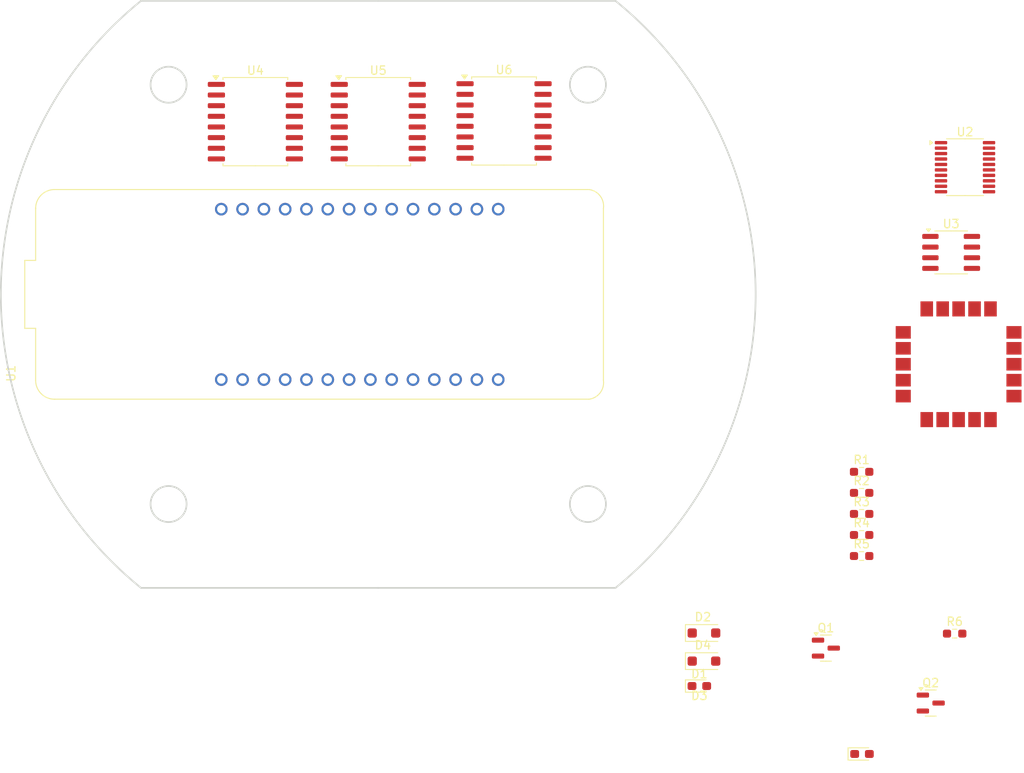
<source format=kicad_pcb>
(kicad_pcb (version 20241229) (generator "pcbnew") (generator_version "9.0")
  (layers (0 "F.Cu" signal) (2 "B.Cu" signal) (13 "F.Paste" user) (15 "B.Paste" user) (5 "F.SilkS" user "F.Silkscreen") (7 "B.SilkS" user "B.Silkscreen") (1 "F.Mask" user) (3 "B.Mask" user) (25 "Edge.Cuts" user))
  (net 0 "")
  (net 81 "Net-(D1-A)")
  (net 82 "Net-(D1-K)")
  (net 83 "+12V")
  (net 84 "Net-(D3-K)")
  (net 85 "Net-(D3-A)")
  (net 86 "Net-(Q1-G)")
  (net 87 "GND")
  (net 88 "Net-(Q2-G)")
  (net 95 "Net-(IC1-GND-Pad1)")
  (footprint "LED_SMD:LED_0603_1608Metric_Pad1.05x0.95mm_HandSolder" (layer "F.Cu") (at 188.288 146.699)
    (property "Reference" "D1" (at 0 -1.43 0) (layer "F.SilkS"))
    (property "Value" "G")
    (fp_line (start -1.66 -0.735) (end -1.66 0.735) (stroke (width 0.12)) (layer "F.SilkS"))
    (fp_line (start -1.66 0.735) (end 0.8 0.735) (stroke (width 0.12)) (layer "F.SilkS"))
    (fp_line (start 0.8 -0.735) (end -1.66 -0.735) (stroke (width 0.12)) (layer "F.SilkS"))
    (pad "1" smd roundrect (at -0.875 0) (size 1.05 0.95) (layers "F.Cu" "F.Mask" "F.Paste") (net 82 "Net-(D1-K)"))
    (pad "2" smd roundrect (at 0.875 0) (size 1.05 0.95) (layers "F.Cu" "F.Mask" "F.Paste") (net 81 "Net-(D1-A)"))
  )
  (footprint "Resistor_SMD:R_0603_1608Metric_Pad0.98x0.95mm_HandSolder" (layer "F.Cu") (at 207.638 126.179)
    (property "Reference" "R3" (at 0 -1.43 0) (layer "F.SilkS"))
    (property "Value" "2.4kR")
    (fp_line (start -0.254724 -0.5225) (end 0.254724 -0.5225) (stroke (width 0.12)) (layer "F.SilkS"))
    (fp_line (start -0.254724 0.5225) (end 0.254724 0.5225) (stroke (width 0.12)) (layer "F.SilkS"))
    (pad "1" smd roundrect (at -0.9125 0) (size 0.975 0.95) (layers "F.Cu" "F.Mask" "F.Paste") (net 83 "+12V"))
    (pad "2" smd roundrect (at 0.9125 0) (size 0.975 0.95) (layers "F.Cu" "F.Mask" "F.Paste") (net 81 "Net-(D1-A)"))
  )
  (footprint "Resistor_SMD:R_0603_1608Metric_Pad0.98x0.95mm_HandSolder" (layer "F.Cu") (at 207.638 128.689)
    (property "Reference" "R4" (at 0 -1.43 0) (layer "F.SilkS"))
    (property "Value" "300R")
    (fp_line (start -0.254724 -0.5225) (end 0.254724 -0.5225) (stroke (width 0.12)) (layer "F.SilkS"))
    (fp_line (start -0.254724 0.5225) (end 0.254724 0.5225) (stroke (width 0.12)) (layer "F.SilkS"))
    (pad "1" smd roundrect (at -0.9125 0) (size 0.975 0.95) (layers "F.Cu" "F.Mask" "F.Paste"))
    (pad "2" smd roundrect (at 0.9125 0) (size 0.975 0.95) (layers "F.Cu" "F.Mask" "F.Paste") (net 88 "Net-(Q2-G)"))
  )
  (footprint "LED_SMD:LED_0603_1608Metric_Pad1.05x0.95mm_HandSolder" (layer "F.Cu") (at 207.683 154.799)
    (property "Reference" "D3" (at -19.395 -6.94 0) (layer "F.SilkS"))
    (property "Value" "G")
    (fp_line (start -1.66 -0.735) (end -1.66 0.735) (stroke (width 0.12)) (layer "F.SilkS"))
    (fp_line (start -1.66 0.735) (end 0.8 0.735) (stroke (width 0.12)) (layer "F.SilkS"))
    (fp_line (start 0.8 -0.735) (end -1.66 -0.735) (stroke (width 0.12)) (layer "F.SilkS"))
    (pad "1" smd roundrect (at -0.875 0) (size 1.05 0.95) (layers "F.Cu" "F.Mask" "F.Paste") (net 84 "Net-(D3-K)"))
    (pad "2" smd roundrect (at 0.875 0) (size 1.05 0.95) (layers "F.Cu" "F.Mask" "F.Paste") (net 85 "Net-(D3-A)"))
  )
  (footprint "Package_TO_SOT_SMD:SOT-23" (layer "F.Cu") (at 215.8755 148.729)
    (property "Reference" "Q2" (at 0 -2.4 0) (layer "F.SilkS"))
    (property "Value" "AO3400A")
    (fp_line (start 0 -1.56) (end -0.65 -1.56) (stroke (width 0.12)) (layer "F.SilkS"))
    (fp_line (start 0 -1.56) (end 0.65 -1.56) (stroke (width 0.12)) (layer "F.SilkS"))
    (fp_line (start 0 1.56) (end -0.65 1.56) (stroke (width 0.12)) (layer "F.SilkS"))
    (fp_line (start 0 1.56) (end 0.65 1.56) (stroke (width 0.12)) (layer "F.SilkS"))
    (fp_poly (pts (xy -1.1625 -1.51) (xy -1.4025 -1.84) (xy -0.9225 -1.84) (xy -1.1625 -1.51)) (stroke (width 0.12)) (fill yes) (layer "F.SilkS"))
    (pad "1" smd roundrect (at -0.9375 -0.95) (size 1.475 0.6) (layers "F.Cu" "F.Mask" "F.Paste") (net 88 "Net-(Q2-G)"))
    (pad "2" smd roundrect (at -0.9375 0.95) (size 1.475 0.6) (layers "F.Cu" "F.Mask" "F.Paste") (net 87 "GND"))
    (pad "3" smd roundrect (at 0.9375 0) (size 1.475 0.6) (layers "F.Cu" "F.Mask" "F.Paste") (net 84 "Net-(D3-K)"))
  )
  (footprint "Diode_SMD:D_SOD-123F" (layer "F.Cu") (at 188.838 143.729)
    (property "Reference" "D4" (at -0.127 -1.905 0) (layer "F.SilkS"))
    (property "Value" "GS1010FL")
    (fp_line (start -2.21 -1) (end -2.21 1) (stroke (width 0.12)) (layer "F.SilkS"))
    (fp_line (start -2.21 -1) (end 1.65 -1) (stroke (width 0.12)) (layer "F.SilkS"))
    (fp_line (start -2.21 1) (end 1.65 1) (stroke (width 0.12)) (layer "F.SilkS"))
    (pad "1" smd roundrect (at -1.4 0) (size 1.1 1.1) (layers "F.Cu" "F.Mask" "F.Paste") (roundrect_rratio 0.2272727273) (net 83 "+12V"))
    (pad "2" smd roundrect (at 1.4 0) (size 1.1 1.1) (layers "F.Cu" "F.Mask" "F.Paste") (roundrect_rratio 0.2272727273) (net 84 "Net-(D3-K)"))
  )
  (footprint "Resistor_SMD:R_0603_1608Metric_Pad0.98x0.95mm_HandSolder" (layer "F.Cu") (at 207.638 121.159)
    (property "Reference" "R1" (at 0 -1.43 0) (layer "F.SilkS"))
    (property "Value" "300R")
    (fp_line (start -0.254724 -0.5225) (end 0.254724 -0.5225) (stroke (width 0.12)) (layer "F.SilkS"))
    (fp_line (start -0.254724 0.5225) (end 0.254724 0.5225) (stroke (width 0.12)) (layer "F.SilkS"))
    (pad "1" smd roundrect (at -0.9125 0) (size 0.975 0.95) (layers "F.Cu" "F.Mask" "F.Paste"))
    (pad "2" smd roundrect (at 0.9125 0) (size 0.975 0.95) (layers "F.Cu" "F.Mask" "F.Paste") (net 86 "Net-(Q1-G)"))
  )
  (footprint "Package_SO:SOIC-16W_7.5x10.3mm_P1.27mm" (layer "F.Cu") (at 150 79.405)
    (property "Reference" "U5" (at 0 -6.1 0) (layer "F.SilkS"))
    (property "Value" "MB85RQ8MX")
    (fp_line (start -3.86 -5.26) (end -3.86 -5.005) (stroke (width 0.12)) (layer "F.SilkS"))
    (fp_line (start -3.86 5.26) (end -3.86 5.005) (stroke (width 0.12)) (layer "F.SilkS"))
    (fp_line (start 0 -5.26) (end -3.86 -5.26) (stroke (width 0.12)) (layer "F.SilkS"))
    (fp_line (start 0 -5.26) (end 3.86 -5.26) (stroke (width 0.12)) (layer "F.SilkS"))
    (fp_line (start 0 5.26) (end -3.86 5.26) (stroke (width 0.12)) (layer "F.SilkS"))
    (fp_line (start 0 5.26) (end 3.86 5.26) (stroke (width 0.12)) (layer "F.SilkS"))
    (fp_line (start 3.86 -5.26) (end 3.86 -5.005) (stroke (width 0.12)) (layer "F.SilkS"))
    (fp_line (start 3.86 5.26) (end 3.86 5.005) (stroke (width 0.12)) (layer "F.SilkS"))
    (fp_poly (pts (xy -4.7125 -5.005) (xy -5.0525 -5.475) (xy -4.3725 -5.475) (xy -4.7125 -5.005)) (stroke (width 0.12)) (fill yes) (layer "F.SilkS"))
    (pad "1" smd roundrect (at -4.65 -4.445) (size 2.05 0.6) (layers "F.Cu" "F.Mask" "F.Paste"))
    (pad "2" smd roundrect (at -4.65 -3.175) (size 2.05 0.6) (layers "F.Cu" "F.Mask" "F.Paste"))
    (pad "3" smd roundrect (at -4.65 -1.905) (size 2.05 0.6) (layers "F.Cu" "F.Mask" "F.Paste"))
    (pad "4" smd roundrect (at -4.65 -0.635) (size 2.05 0.6) (layers "F.Cu" "F.Mask" "F.Paste"))
    (pad "5" smd roundrect (at -4.65 0.635) (size 2.05 0.6) (layers "F.Cu" "F.Mask" "F.Paste"))
    (pad "6" smd roundrect (at -4.65 1.905) (size 2.05 0.6) (layers "F.Cu" "F.Mask" "F.Paste"))
    (pad "7" smd roundrect (at -4.65 3.175) (size 2.05 0.6) (layers "F.Cu" "F.Mask" "F.Paste"))
    (pad "8" smd roundrect (at -4.65 4.445) (size 2.05 0.6) (layers "F.Cu" "F.Mask" "F.Paste"))
    (pad "9" smd roundrect (at 4.65 4.445) (size 2.05 0.6) (layers "F.Cu" "F.Mask" "F.Paste"))
    (pad "10" smd roundrect (at 4.65 3.175) (size 2.05 0.6) (layers "F.Cu" "F.Mask" "F.Paste"))
    (pad "11" smd roundrect (at 4.65 1.905) (size 2.05 0.6) (layers "F.Cu" "F.Mask" "F.Paste"))
    (pad "12" smd roundrect (at 4.65 0.635) (size 2.05 0.6) (layers "F.Cu" "F.Mask" "F.Paste"))
    (pad "13" smd roundrect (at 4.65 -0.635) (size 2.05 0.6) (layers "F.Cu" "F.Mask" "F.Paste"))
    (pad "14" smd roundrect (at 4.65 -1.905) (size 2.05 0.6) (layers "F.Cu" "F.Mask" "F.Paste"))
    (pad "15" smd roundrect (at 4.65 -3.175) (size 2.05 0.6) (layers "F.Cu" "F.Mask" "F.Paste"))
    (pad "16" smd roundrect (at 4.65 -4.445) (size 2.05 0.6) (layers "F.Cu" "F.Mask" "F.Paste"))
  )
  (footprint "Package_SO:SOIC-16W_7.5x10.3mm_P1.27mm" (layer "F.Cu") (at 165 79.325)
    (property "Reference" "U6" (at 0 -6.1 0) (layer "F.SilkS"))
    (property "Value" "MB85RQ8MX")
    (fp_line (start -3.86 -5.26) (end -3.86 -5.005) (stroke (width 0.12)) (layer "F.SilkS"))
    (fp_line (start -3.86 5.26) (end -3.86 5.005) (stroke (width 0.12)) (layer "F.SilkS"))
    (fp_line (start 0 -5.26) (end -3.86 -5.26) (stroke (width 0.12)) (layer "F.SilkS"))
    (fp_line (start 0 -5.26) (end 3.86 -5.26) (stroke (width 0.12)) (layer "F.SilkS"))
    (fp_line (start 0 5.26) (end -3.86 5.26) (stroke (width 0.12)) (layer "F.SilkS"))
    (fp_line (start 0 5.26) (end 3.86 5.26) (stroke (width 0.12)) (layer "F.SilkS"))
    (fp_line (start 3.86 -5.26) (end 3.86 -5.005) (stroke (width 0.12)) (layer "F.SilkS"))
    (fp_line (start 3.86 5.26) (end 3.86 5.005) (stroke (width 0.12)) (layer "F.SilkS"))
    (fp_poly (pts (xy -4.7125 -5.005) (xy -5.0525 -5.475) (xy -4.3725 -5.475) (xy -4.7125 -5.005)) (stroke (width 0.12)) (fill yes) (layer "F.SilkS"))
    (pad "1" smd roundrect (at -4.65 -4.445) (size 2.05 0.6) (layers "F.Cu" "F.Mask" "F.Paste"))
    (pad "2" smd roundrect (at -4.65 -3.175) (size 2.05 0.6) (layers "F.Cu" "F.Mask" "F.Paste"))
    (pad "3" smd roundrect (at -4.65 -1.905) (size 2.05 0.6) (layers "F.Cu" "F.Mask" "F.Paste"))
    (pad "4" smd roundrect (at -4.65 -0.635) (size 2.05 0.6) (layers "F.Cu" "F.Mask" "F.Paste"))
    (pad "5" smd roundrect (at -4.65 0.635) (size 2.05 0.6) (layers "F.Cu" "F.Mask" "F.Paste"))
    (pad "6" smd roundrect (at -4.65 1.905) (size 2.05 0.6) (layers "F.Cu" "F.Mask" "F.Paste"))
    (pad "7" smd roundrect (at -4.65 3.175) (size 2.05 0.6) (layers "F.Cu" "F.Mask" "F.Paste"))
    (pad "8" smd roundrect (at -4.65 4.445) (size 2.05 0.6) (layers "F.Cu" "F.Mask" "F.Paste"))
    (pad "9" smd roundrect (at 4.65 4.445) (size 2.05 0.6) (layers "F.Cu" "F.Mask" "F.Paste"))
    (pad "10" smd roundrect (at 4.65 3.175) (size 2.05 0.6) (layers "F.Cu" "F.Mask" "F.Paste"))
    (pad "11" smd roundrect (at 4.65 1.905) (size 2.05 0.6) (layers "F.Cu" "F.Mask" "F.Paste"))
    (pad "12" smd roundrect (at 4.65 0.635) (size 2.05 0.6) (layers "F.Cu" "F.Mask" "F.Paste"))
    (pad "13" smd roundrect (at 4.65 -0.635) (size 2.05 0.6) (layers "F.Cu" "F.Mask" "F.Paste"))
    (pad "14" smd roundrect (at 4.65 -1.905) (size 2.05 0.6) (layers "F.Cu" "F.Mask" "F.Paste"))
    (pad "15" smd roundrect (at 4.65 -3.175) (size 2.05 0.6) (layers "F.Cu" "F.Mask" "F.Paste"))
    (pad "16" smd roundrect (at 4.65 -4.445) (size 2.05 0.6) (layers "F.Cu" "F.Mask" "F.Paste"))
  )
  (footprint "Package_SO:SOIC-16W_7.5x10.3mm_P1.27mm" (layer "F.Cu") (at 135.35 79.405)
    (property "Reference" "U4" (at 0 -6.1 0) (layer "F.SilkS"))
    (property "Value" "MB85RQ8MX")
    (fp_line (start -3.86 -5.26) (end -3.86 -5.005) (stroke (width 0.12)) (layer "F.SilkS"))
    (fp_line (start -3.86 5.26) (end -3.86 5.005) (stroke (width 0.12)) (layer "F.SilkS"))
    (fp_line (start 0 -5.26) (end -3.86 -5.26) (stroke (width 0.12)) (layer "F.SilkS"))
    (fp_line (start 0 -5.26) (end 3.86 -5.26) (stroke (width 0.12)) (layer "F.SilkS"))
    (fp_line (start 0 5.26) (end -3.86 5.26) (stroke (width 0.12)) (layer "F.SilkS"))
    (fp_line (start 0 5.26) (end 3.86 5.26) (stroke (width 0.12)) (layer "F.SilkS"))
    (fp_line (start 3.86 -5.26) (end 3.86 -5.005) (stroke (width 0.12)) (layer "F.SilkS"))
    (fp_line (start 3.86 5.26) (end 3.86 5.005) (stroke (width 0.12)) (layer "F.SilkS"))
    (fp_poly (pts (xy -4.7125 -5.005) (xy -5.0525 -5.475) (xy -4.3725 -5.475) (xy -4.7125 -5.005)) (stroke (width 0.12)) (fill yes) (layer "F.SilkS"))
    (pad "1" smd roundrect (at -4.65 -4.445) (size 2.05 0.6) (layers "F.Cu" "F.Mask" "F.Paste"))
    (pad "2" smd roundrect (at -4.65 -3.175) (size 2.05 0.6) (layers "F.Cu" "F.Mask" "F.Paste"))
    (pad "3" smd roundrect (at -4.65 -1.905) (size 2.05 0.6) (layers "F.Cu" "F.Mask" "F.Paste"))
    (pad "4" smd roundrect (at -4.65 -0.635) (size 2.05 0.6) (layers "F.Cu" "F.Mask" "F.Paste"))
    (pad "5" smd roundrect (at -4.65 0.635) (size 2.05 0.6) (layers "F.Cu" "F.Mask" "F.Paste"))
    (pad "6" smd roundrect (at -4.65 1.905) (size 2.05 0.6) (layers "F.Cu" "F.Mask" "F.Paste"))
    (pad "7" smd roundrect (at -4.65 3.175) (size 2.05 0.6) (layers "F.Cu" "F.Mask" "F.Paste"))
    (pad "8" smd roundrect (at -4.65 4.445) (size 2.05 0.6) (layers "F.Cu" "F.Mask" "F.Paste"))
    (pad "9" smd roundrect (at 4.65 4.445) (size 2.05 0.6) (layers "F.Cu" "F.Mask" "F.Paste"))
    (pad "10" smd roundrect (at 4.65 3.175) (size 2.05 0.6) (layers "F.Cu" "F.Mask" "F.Paste"))
    (pad "11" smd roundrect (at 4.65 1.905) (size 2.05 0.6) (layers "F.Cu" "F.Mask" "F.Paste"))
    (pad "12" smd roundrect (at 4.65 0.635) (size 2.05 0.6) (layers "F.Cu" "F.Mask" "F.Paste"))
    (pad "13" smd roundrect (at 4.65 -0.635) (size 2.05 0.6) (layers "F.Cu" "F.Mask" "F.Paste"))
    (pad "14" smd roundrect (at 4.65 -1.905) (size 2.05 0.6) (layers "F.Cu" "F.Mask" "F.Paste"))
    (pad "15" smd roundrect (at 4.65 -3.175) (size 2.05 0.6) (layers "F.Cu" "F.Mask" "F.Paste"))
    (pad "16" smd roundrect (at 4.65 -4.445) (size 2.05 0.6) (layers "F.Cu" "F.Mask" "F.Paste"))
  )
  (footprint "Diode_SMD:D_SOD-123F" (layer "F.Cu") (at 188.838 140.379)
    (property "Reference" "D2" (at -0.127 -1.905 0) (layer "F.SilkS"))
    (property "Value" "GS1010FL")
    (fp_line (start -2.21 -1) (end -2.21 1) (stroke (width 0.12)) (layer "F.SilkS"))
    (fp_line (start -2.21 -1) (end 1.65 -1) (stroke (width 0.12)) (layer "F.SilkS"))
    (fp_line (start -2.21 1) (end 1.65 1) (stroke (width 0.12)) (layer "F.SilkS"))
    (pad "1" smd roundrect (at -1.4 0) (size 1.1 1.1) (layers "F.Cu" "F.Mask" "F.Paste") (roundrect_rratio 0.2272727273) (net 83 "+12V"))
    (pad "2" smd roundrect (at 1.4 0) (size 1.1 1.1) (layers "F.Cu" "F.Mask" "F.Paste") (roundrect_rratio 0.2272727273) (net 82 "Net-(D1-K)"))
  )
  (footprint "Package_SO:SOIC-8_3.9x4.9mm_P1.27mm" (layer "F.Cu") (at 218.313 94.996)
    (property "Reference" "U3" (at 0 -3.4 0) (layer "F.SilkS"))
    (property "Value" "MCP2562-E-SN")
    (fp_line (start 0 -2.56) (end -1.95 -2.56) (stroke (width 0.12)) (layer "F.SilkS"))
    (fp_line (start 0 -2.56) (end 1.95 -2.56) (stroke (width 0.12)) (layer "F.SilkS"))
    (fp_line (start 0 2.56) (end -1.95 2.56) (stroke (width 0.12)) (layer "F.SilkS"))
    (fp_line (start 0 2.56) (end 1.95 2.56) (stroke (width 0.12)) (layer "F.SilkS"))
    (fp_poly (pts (xy -2.7 -2.465) (xy -2.94 -2.795) (xy -2.46 -2.795) (xy -2.7 -2.465)) (stroke (width 0.12)) (fill yes) (layer "F.SilkS"))
    (pad "1" smd roundrect (at -2.475 -1.905) (size 1.95 0.6) (layers "F.Cu" "F.Mask" "F.Paste"))
    (pad "2" smd roundrect (at -2.475 -0.635) (size 1.95 0.6) (layers "F.Cu" "F.Mask" "F.Paste"))
    (pad "3" smd roundrect (at -2.475 0.635) (size 1.95 0.6) (layers "F.Cu" "F.Mask" "F.Paste"))
    (pad "4" smd roundrect (at -2.475 1.905) (size 1.95 0.6) (layers "F.Cu" "F.Mask" "F.Paste"))
    (pad "5" smd roundrect (at 2.475 1.905) (size 1.95 0.6) (layers "F.Cu" "F.Mask" "F.Paste"))
    (pad "6" smd roundrect (at 2.475 0.635) (size 1.95 0.6) (layers "F.Cu" "F.Mask" "F.Paste"))
    (pad "7" smd roundrect (at 2.475 -0.635) (size 1.95 0.6) (layers "F.Cu" "F.Mask" "F.Paste"))
    (pad "8" smd roundrect (at 2.475 -1.905) (size 1.95 0.6) (layers "F.Cu" "F.Mask" "F.Paste"))
  )
  (footprint "ARDUINO_MKR_WAN_1310:BOARD_ARDUINO_MKR_WAN_1310" (layer "F.Cu") (at 143 100 90)
    (property "Reference" "U1" (at -9.425 -36.775 90) (layer "F.SilkS"))
    (property "Value" "ARDUINO_MKR_WAN_1310")
    (fp_line (start 4.05 -35.15) (end -4.05 -35.15) (stroke (width 0.127)) (layer "F.SilkS"))
    (fp_line (start -4.05 -35.15) (end -4.05 -33.85) (stroke (width 0.127)) (layer "F.SilkS"))
    (fp_line (start 10.25 -33.85) (end 10.3 -33.85) (stroke (width 0.127)) (layer "F.SilkS"))
    (fp_line (start 10.25 -33.85) (end 4.05 -33.85) (stroke (width 0.127)) (layer "F.SilkS"))
    (fp_line (start 4.05 -33.85) (end 4.05 -35.15) (stroke (width 0.127)) (layer "F.SilkS"))
    (fp_line (start -4.05 -33.85) (end -10.25 -33.85) (stroke (width 0.127)) (layer "F.SilkS"))
    (fp_line (start -12.5 -31.6) (end -12.5 32.15) (stroke (width 0.127)) (layer "F.SilkS"))
    (fp_line (start 12.5 32.15) (end 12.5 -31.6) (stroke (width 0.127)) (layer "F.SilkS"))
    (fp_line (start -10.25 33.85) (end 10.25 33.85) (stroke (width 0.127)) (layer "F.SilkS"))
    (fp_arc (start 10.25 -33.85) (mid 11.84099 -33.19099) (end 12.5 -31.6) (stroke (width 0.127)) (layer "F.SilkS"))
    (fp_arc (start -12.5 -31.6) (mid -11.84099 -33.19099) (end -10.25 -33.85) (stroke (width 0.127)) (layer "F.SilkS"))
    (fp_arc (start 12.5 32.15) (mid 11.727082 33.46599) (end 10.25 33.85) (stroke (width 0.127)) (layer "F.SilkS"))
    (fp_arc (start -10.25 33.85) (mid -11.727082 33.46599) (end -12.5 32.15) (stroke (width 0.127)) (layer "F.SilkS"))
    (pad "" np_thru_hole circle (at -10.25 -31.6 90) (size 2.2 2.2) (drill 2.2) (layers "*.Cu" "*.Mask"))
    (pad "" np_thru_hole circle (at -10.25 25.4 90) (size 2.2 2.2) (drill 2.2) (layers "*.Cu" "*.Mask"))
    (pad "" np_thru_hole circle (at 10.25 -31.6 90) (size 2.2 2.2) (drill 2.2) (layers "*.Cu" "*.Mask"))
    (pad "" np_thru_hole circle (at 10.25 25.4 90) (size 2.2 2.2) (drill 2.2) (layers "*.Cu" "*.Mask"))
    (pad "J3_1" thru_hole circle (at -10.16 -11.7152 90) (size 1.508 1.508) (drill 1) (layers "*.Cu" "*.Mask"))
    (pad "J3_2" thru_hole circle (at -10.16 -9.1752 90) (size 1.508 1.508) (drill 1) (layers "*.Cu" "*.Mask"))
    (pad "J3_3" thru_hole circle (at -10.16 -6.6352 90) (size 1.508 1.508) (drill 1) (layers "*.Cu" "*.Mask"))
    (pad "J3_4" thru_hole circle (at -10.16 -4.0952 90) (size 1.508 1.508) (drill 1) (layers "*.Cu" "*.Mask"))
    (pad "J3_5" thru_hole circle (at -10.16 -1.5552 90) (size 1.508 1.508) (drill 1) (layers "*.Cu" "*.Mask"))
    (pad "J3_6" thru_hole circle (at -10.16 0.9848 90) (size 1.508 1.508) (drill 1) (layers "*.Cu" "*.Mask"))
    (pad "J3_7" thru_hole circle (at -10.16 3.5248 90) (size 1.508 1.508) (drill 1) (layers "*.Cu" "*.Mask"))
    (pad "J3_8" thru_hole circle (at -10.16 6.0648 90) (size 1.508 1.508) (drill 1) (layers "*.Cu" "*.Mask"))
    (pad "J3_9" thru_hole circle (at -10.16 8.6048 90) (size 1.508 1.508) (drill 1) (layers "*.Cu" "*.Mask"))
    (pad "J3_10" thru_hole circle (at -10.16 11.1448 90) (size 1.508 1.508) (drill 1) (layers "*.Cu" "*.Mask"))
    (pad "J3_11" thru_hole circle (at -10.16 13.6848 90) (size 1.508 1.508) (drill 1) (layers "*.Cu" "*.Mask"))
    (pad "J3_12" thru_hole circle (at -10.16 16.2248 90) (size 1.508 1.508) (drill 1) (layers "*.Cu" "*.Mask"))
    (pad "J3_13" thru_hole circle (at -10.16 18.7648 90) (size 1.508 1.508) (drill 1) (layers "*.Cu" "*.Mask"))
    (pad "J3_14" thru_hole circle (at -10.16 21.3048 90) (size 1.508 1.508) (drill 1) (layers "*.Cu" "*.Mask"))
    (pad "J5_1" thru_hole circle (at 10.16 21.3048 90) (size 1.508 1.508) (drill 1) (layers "*.Cu" "*.Mask"))
    (pad "J5_2" thru_hole circle (at 10.16 18.7648 90) (size 1.508 1.508) (drill 1) (layers "*.Cu" "*.Mask"))
    (pad "J5_3" thru_hole circle (at 10.16 16.2248 90) (size 1.508 1.508) (drill 1) (layers "*.Cu" "*.Mask"))
    (pad "J5_4" thru_hole circle (at 10.16 13.6848 90) (size 1.508 1.508) (drill 1) (layers "*.Cu" "*.Mask"))
    (pad "J5_5" thru_hole circle (at 10.16 11.1448 90) (size 1.508 1.508) (drill 1) (layers "*.Cu" "*.Mask"))
    (pad "J5_6" thru_hole circle (at 10.16 8.6048 90) (size 1.508 1.508) (drill 1) (layers "*.Cu" "*.Mask"))
    (pad "J5_7" thru_hole circle (at 10.16 6.0648 90) (size 1.508 1.508) (drill 1) (layers "*.Cu" "*.Mask"))
    (pad "J5_8" thru_hole circle (at 10.16 3.5248 90) (size 1.508 1.508) (drill 1) (layers "*.Cu" "*.Mask"))
    (pad "J5_9" thru_hole circle (at 10.16 0.9848 90) (size 1.508 1.508) (drill 1) (layers "*.Cu" "*.Mask"))
    (pad "J5_10" thru_hole circle (at 10.16 -1.5552 90) (size 1.508 1.508) (drill 1) (layers "*.Cu" "*.Mask"))
    (pad "J5_11" thru_hole circle (at 10.16 -4.0952 90) (size 1.508 1.508) (drill 1) (layers "*.Cu" "*.Mask"))
    (pad "J5_12" thru_hole circle (at 10.16 -6.6352 90) (size 1.508 1.508) (drill 1) (layers "*.Cu" "*.Mask"))
    (pad "J5_13" thru_hole circle (at 10.16 -9.1752 90) (size 1.508 1.508) (drill 1) (layers "*.Cu" "*.Mask"))
    (pad "J5_14" thru_hole circle (at 10.16 -11.7152 90) (size 1.508 1.508) (drill 1) (layers "*.Cu" "*.Mask"))
  )
  (footprint "Resistor_SMD:R_0603_1608Metric_Pad0.98x0.95mm_HandSolder" (layer "F.Cu") (at 207.638 131.199)
    (property "Reference" "R5" (at 0 -1.43 0) (layer "F.SilkS"))
    (property "Value" "10kR")
    (fp_line (start -0.254724 -0.5225) (end 0.254724 -0.5225) (stroke (width 0.12)) (layer "F.SilkS"))
    (fp_line (start -0.254724 0.5225) (end 0.254724 0.5225) (stroke (width 0.12)) (layer "F.SilkS"))
    (pad "1" smd roundrect (at -0.9125 0) (size 0.975 0.95) (layers "F.Cu" "F.Mask" "F.Paste") (net 87 "GND"))
    (pad "2" smd roundrect (at 0.9125 0) (size 0.975 0.95) (layers "F.Cu" "F.Mask" "F.Paste") (net 88 "Net-(Q2-G)"))
  )
  (footprint "Package_SO:TSSOP-20_4.4x6.5mm_P0.65mm" (layer "F.Cu") (at 219.964 84.836)
    (property "Reference" "U2" (at 0 -4.2 0) (layer "F.SilkS"))
    (property "Value" "MCP2515-xST")
    (fp_line (start 0 -3.385) (end -2.2 -3.385) (stroke (width 0.12)) (layer "F.SilkS"))
    (fp_line (start 0 -3.385) (end 2.2 -3.385) (stroke (width 0.12)) (layer "F.SilkS"))
    (fp_line (start 0 3.385) (end -2.2 3.385) (stroke (width 0.12)) (layer "F.SilkS"))
    (fp_line (start 0 3.385) (end 2.2 3.385) (stroke (width 0.12)) (layer "F.SilkS"))
    (fp_poly (pts (xy -3.86 -2.925) (xy -4.19 -3.165) (xy -4.19 -2.685) (xy -3.86 -2.925)) (stroke (width 0.12)) (fill yes) (layer "F.SilkS"))
    (pad "1" smd roundrect (at -2.8625 -2.925) (size 1.475 0.4) (layers "F.Cu" "F.Mask" "F.Paste"))
    (pad "2" smd roundrect (at -2.8625 -2.275) (size 1.475 0.4) (layers "F.Cu" "F.Mask" "F.Paste"))
    (pad "3" smd roundrect (at -2.8625 -1.625) (size 1.475 0.4) (layers "F.Cu" "F.Mask" "F.Paste"))
    (pad "4" smd roundrect (at -2.8625 -0.975) (size 1.475 0.4) (layers "F.Cu" "F.Mask" "F.Paste"))
    (pad "5" smd roundrect (at -2.8625 -0.325) (size 1.475 0.4) (layers "F.Cu" "F.Mask" "F.Paste"))
    (pad "6" smd roundrect (at -2.8625 0.325) (size 1.475 0.4) (layers "F.Cu" "F.Mask" "F.Paste"))
    (pad "7" smd roundrect (at -2.8625 0.975) (size 1.475 0.4) (layers "F.Cu" "F.Mask" "F.Paste"))
    (pad "8" smd roundrect (at -2.8625 1.625) (size 1.475 0.4) (layers "F.Cu" "F.Mask" "F.Paste"))
    (pad "9" smd roundrect (at -2.8625 2.275) (size 1.475 0.4) (layers "F.Cu" "F.Mask" "F.Paste"))
    (pad "10" smd roundrect (at -2.8625 2.925) (size 1.475 0.4) (layers "F.Cu" "F.Mask" "F.Paste"))
    (pad "11" smd roundrect (at 2.8625 2.925) (size 1.475 0.4) (layers "F.Cu" "F.Mask" "F.Paste"))
    (pad "12" smd roundrect (at 2.8625 2.275) (size 1.475 0.4) (layers "F.Cu" "F.Mask" "F.Paste"))
    (pad "13" smd roundrect (at 2.8625 1.625) (size 1.475 0.4) (layers "F.Cu" "F.Mask" "F.Paste"))
    (pad "14" smd roundrect (at 2.8625 0.975) (size 1.475 0.4) (layers "F.Cu" "F.Mask" "F.Paste"))
    (pad "15" smd roundrect (at 2.8625 0.325) (size 1.475 0.4) (layers "F.Cu" "F.Mask" "F.Paste"))
    (pad "16" smd roundrect (at 2.8625 -0.325) (size 1.475 0.4) (layers "F.Cu" "F.Mask" "F.Paste"))
    (pad "17" smd roundrect (at 2.8625 -0.975) (size 1.475 0.4) (layers "F.Cu" "F.Mask" "F.Paste"))
    (pad "18" smd roundrect (at 2.8625 -1.625) (size 1.475 0.4) (layers "F.Cu" "F.Mask" "F.Paste"))
    (pad "19" smd roundrect (at 2.8625 -2.275) (size 1.475 0.4) (layers "F.Cu" "F.Mask" "F.Paste"))
    (pad "20" smd roundrect (at 2.8625 -2.925) (size 1.475 0.4) (layers "F.Cu" "F.Mask" "F.Paste"))
  )
  (footprint "GPSShield:UBLOXLIB_SAM-M8Q" (layer "F.Cu") (at 219.202 108.331)
    (property "Reference" "IC1" (hide yes))
    (property "Value" "~" (hide yes))
    (pad "1" smd rect (at -6.6 -3.8) (size 1.8 1.5) (layers "F.Cu" "F.Mask") (net 95 "Net-(IC1-GND-Pad1)"))
    (pad "2" smd rect (at -6.6 -1.9) (size 1.8 1.5) (layers "F.Cu" "F.Mask"))
    (pad "3" smd rect (at -6.6 0) (size 1.8 1.5) (layers "F.Cu" "F.Mask"))
    (pad "4" smd rect (at -6.6 1.9) (size 1.8 1.5) (layers "F.Cu" "F.Mask") (net 95 "Net-(IC1-GND-Pad1)"))
    (pad "5" smd rect (at -6.6 3.8) (size 1.8 1.5) (layers "F.Cu" "F.Mask") (net 95 "Net-(IC1-GND-Pad1)"))
    (pad "6" smd rect (at -3.8 6.6 90) (size 1.8 1.5) (layers "F.Cu" "F.Mask") (net 95 "Net-(IC1-GND-Pad1)"))
    (pad "7" smd rect (at -1.9 6.6 90) (size 1.8 1.5) (layers "F.Cu" "F.Mask"))
    (pad "8" smd rect (at 0 6.6 90) (size 1.8 1.5) (layers "F.Cu" "F.Mask"))
    (pad "9" smd rect (at 1.9 6.6 90) (size 1.8 1.5) (layers "F.Cu" "F.Mask"))
    (pad "10" smd rect (at 3.8 6.6 90) (size 1.8 1.5) (layers "F.Cu" "F.Mask") (net 95 "Net-(IC1-GND-Pad1)"))
    (pad "11" smd rect (at 6.6 3.8) (size 1.8 1.5) (layers "F.Cu" "F.Mask") (net 95 "Net-(IC1-GND-Pad1)"))
    (pad "12" smd rect (at 6.6 1.9) (size 1.8 1.5) (layers "F.Cu" "F.Mask"))
    (pad "13" smd rect (at 6.6 0) (size 1.8 1.5) (layers "F.Cu" "F.Mask"))
    (pad "14" smd rect (at 6.6 -1.9) (size 1.8 1.5) (layers "F.Cu" "F.Mask"))
    (pad "15" smd rect (at 6.6 -3.8) (size 1.8 1.5) (layers "F.Cu" "F.Mask") (net 95 "Net-(IC1-GND-Pad1)"))
    (pad "16" smd rect (at 3.8 -6.6 90) (size 1.8 1.5) (layers "F.Cu" "F.Mask") (net 95 "Net-(IC1-GND-Pad1)"))
    (pad "17" smd rect (at 1.9 -6.6 90) (size 1.8 1.5) (layers "F.Cu" "F.Mask"))
    (pad "18" smd rect (at 0 -6.6 90) (size 1.8 1.5) (layers "F.Cu" "F.Mask"))
    (pad "19" smd rect (at -1.9 -6.6 90) (size 1.8 1.5) (layers "F.Cu" "F.Mask"))
    (pad "20" smd rect (at -3.8 -6.6 90) (size 1.8 1.5) (layers "F.Cu" "F.Mask") (net 95 "Net-(IC1-GND-Pad1)"))
  )
  (footprint "Resistor_SMD:R_0603_1608Metric_Pad0.98x0.95mm_HandSolder" (layer "F.Cu") (at 207.638 123.669)
    (property "Reference" "R2" (at 0 -1.43 0) (layer "F.SilkS"))
    (property "Value" "10kR")
    (fp_line (start -0.254724 -0.5225) (end 0.254724 -0.5225) (stroke (width 0.12)) (layer "F.SilkS"))
    (fp_line (start -0.254724 0.5225) (end 0.254724 0.5225) (stroke (width 0.12)) (layer "F.SilkS"))
    (pad "1" smd roundrect (at -0.9125 0) (size 0.975 0.95) (layers "F.Cu" "F.Mask" "F.Paste") (net 87 "GND"))
    (pad "2" smd roundrect (at 0.9125 0) (size 0.975 0.95) (layers "F.Cu" "F.Mask" "F.Paste") (net 86 "Net-(Q1-G)"))
  )
  (footprint "Resistor_SMD:R_0603_1608Metric_Pad0.98x0.95mm_HandSolder" (layer "F.Cu") (at 218.7305 140.449)
    (property "Reference" "R6" (at 0 -1.43 0) (layer "F.SilkS"))
    (property "Value" "2.4kR")
    (fp_line (start -0.254724 -0.5225) (end 0.254724 -0.5225) (stroke (width 0.12)) (layer "F.SilkS"))
    (fp_line (start -0.254724 0.5225) (end 0.254724 0.5225) (stroke (width 0.12)) (layer "F.SilkS"))
    (pad "1" smd roundrect (at -0.9125 0) (size 0.975 0.95) (layers "F.Cu" "F.Mask" "F.Paste") (net 83 "+12V"))
    (pad "2" smd roundrect (at 0.9125 0) (size 0.975 0.95) (layers "F.Cu" "F.Mask" "F.Paste") (net 85 "Net-(D3-A)"))
  )
  (footprint "Package_TO_SOT_SMD:SOT-23" (layer "F.Cu") (at 203.3755 142.179)
    (property "Reference" "Q1" (at 0 -2.4 0) (layer "F.SilkS"))
    (property "Value" "AO3400A")
    (fp_line (start 0 -1.56) (end -0.65 -1.56) (stroke (width 0.12)) (layer "F.SilkS"))
    (fp_line (start 0 -1.56) (end 0.65 -1.56) (stroke (width 0.12)) (layer "F.SilkS"))
    (fp_line (start 0 1.56) (end -0.65 1.56) (stroke (width 0.12)) (layer "F.SilkS"))
    (fp_line (start 0 1.56) (end 0.65 1.56) (stroke (width 0.12)) (layer "F.SilkS"))
    (fp_poly (pts (xy -1.1625 -1.51) (xy -1.4025 -1.84) (xy -0.9225 -1.84) (xy -1.1625 -1.51)) (stroke (width 0.12)) (fill yes) (layer "F.SilkS"))
    (pad "1" smd roundrect (at -0.9375 -0.95) (size 1.475 0.6) (layers "F.Cu" "F.Mask" "F.Paste") (net 86 "Net-(Q1-G)"))
    (pad "2" smd roundrect (at -0.9375 0.95) (size 1.475 0.6) (layers "F.Cu" "F.Mask" "F.Paste") (net 87 "GND"))
    (pad "3" smd roundrect (at 0.9375 0) (size 1.475 0.6) (layers "F.Cu" "F.Mask" "F.Paste") (net 82 "Net-(D1-K)"))
  )
  (gr_line (start 150.000001 135.000001) (end 121.715732 135.000001) (stroke (width 0.2)) (layer "Edge.Cuts"))
  (gr_line (start 150.000001 135.000001) (end 178.28427 135.000001) (stroke (width 0.2)) (layer "Edge.Cuts"))
  (gr_line (start 150.000001 64.999999) (end 121.715732 64.999999) (stroke (width 0.2)) (layer "Edge.Cuts"))
  (gr_circle (center 175.000001 75) (end 177.150001 75) (stroke (width 0.2)) (fill no) (layer "Edge.Cuts"))
  (gr_arc (start 178.284271 64.999999) (mid 195.000001 100) (end 178.28427 135.000001) (stroke (width 0.2)) (layer "Edge.Cuts"))
  (gr_circle (center 175.000001 125) (end 177.150001 125) (stroke (width 0.2)) (fill no) (layer "Edge.Cuts"))
  (gr_line (start 150.000001 64.999999) (end 178.284271 64.999999) (stroke (width 0.2)) (layer "Edge.Cuts"))
  (gr_circle (center 125.000001 125) (end 127.150001 125) (stroke (width 0.2)) (fill no) (layer "Edge.Cuts"))
  (gr_arc (start 121.715732 135.000001) (mid 105 100) (end 121.715732 64.999999) (stroke (width 0.2)) (layer "Edge.Cuts"))
  (gr_circle (center 125.000001 75) (end 127.150001 75) (stroke (width 0.2)) (fill no) (layer "Edge.Cuts"))
)
</source>
